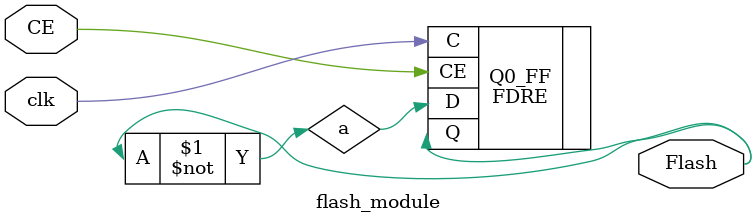
<source format=v>
`timescale 1ns / 1ps


module flash_module(
    input CE,
    input clk,
    output Flash
    );
    wire a;
    assign a = ~Flash;
    FDRE #(.INIT(1'b0)) Q0_FF (.C(clk), .CE(CE), .D(a), .Q(Flash));
endmodule

</source>
